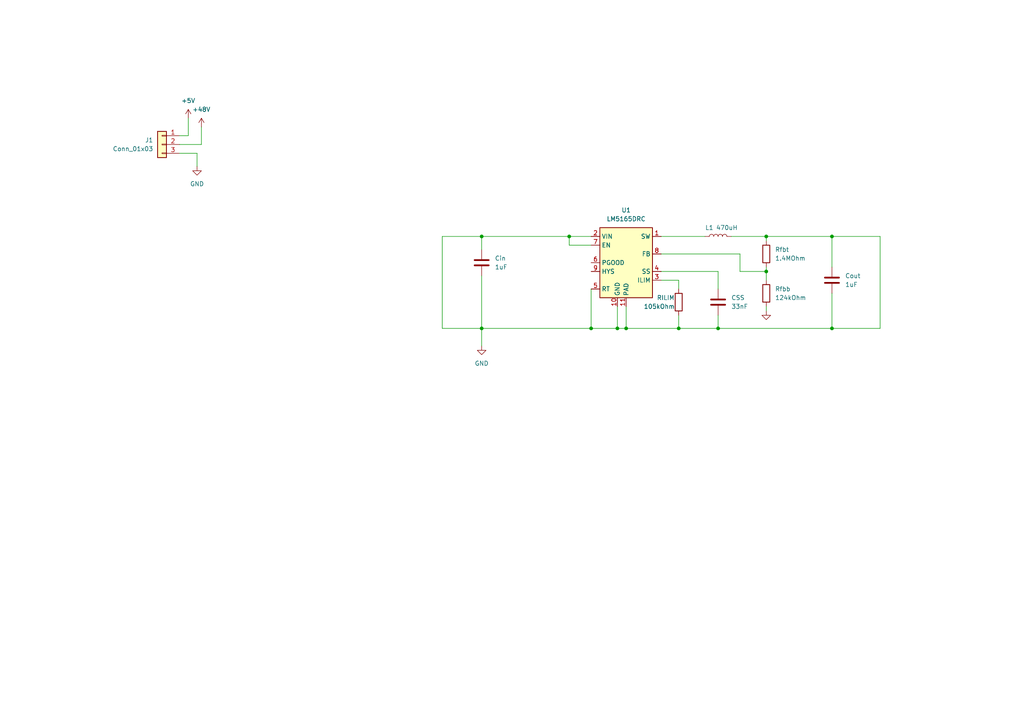
<source format=kicad_sch>
(kicad_sch (version 20230121) (generator eeschema)
  (paper "A4")
  (lib_symbols
    (symbol "Connector_Generic:Conn_01x03" (pin_names (offset 1.016) hide)
      (property "Reference" "J" (at 0 5.08 0))
      (property "Value" "Conn_01x03" (at 0 -5.08 0))
      (symbol "Conn_01x03_1_1"
        (rectangle (start -1.27 -2.413) (end 0 -2.667) (stroke (width 0.1524)))
        (rectangle (start -1.27 0.127) (end 0 -0.127) (stroke (width 0.1524)))
        (rectangle (start -1.27 2.667) (end 0 2.413) (stroke (width 0.1524)))
        (rectangle (start -1.27 3.81) (end 1.27 -3.81) (stroke (width 0.254)) (fill (type background)))
        (pin passive line (at -5.08 2.54 0) (length 3.81) (name "Pin_1") (number "1"))
        (pin passive line (at -5.08 0 0) (length 3.81) (name "Pin_2") (number "2"))
        (pin passive line (at -5.08 -2.54 0) (length 3.81) (name "Pin_3") (number "3"))
      )
    )
    (symbol "Device:C" (pin_numbers hide) (pin_names (offset 0.254))
      (property "Reference" "C" (at 0.635 2.54 0))
      (property "Value" "C" (at 0.635 -2.54 0))
      (symbol "C_0_1"
        (polyline (pts (xy -2.032 -0.762) (xy 2.032 -0.762)) (stroke (width 0.508)))
        (polyline (pts (xy -2.032 0.762) (xy 2.032 0.762)) (stroke (width 0.508)))
      )
      (symbol "C_1_1"
        (pin passive line (at 0 3.81 270) (length 2.794) (name "~") (number "1"))
        (pin passive line (at 0 -3.81 90) (length 2.794) (name "~") (number "2"))
      )
    )
    (symbol "Device:L" (pin_numbers hide) (pin_names (offset 1.016) hide)
      (property "Reference" "L" (at -1.27 0 90))
      (property "Value" "L" (at 1.905 0 90))
      (symbol "L_0_1"
        (arc (start 0 -2.54) (mid 0.6323 -1.905) (end 0 -1.27))
        (arc (start 0 -1.27) (mid 0.6323 -0.635) (end 0 0))
        (arc (start 0 0) (mid 0.6323 0.635) (end 0 1.27))
        (arc (start 0 1.27) (mid 0.6323 1.905) (end 0 2.54))
      )
      (symbol "L_1_1"
        (pin passive line (at 0 3.81 270) (length 1.27) (name "1") (number "1"))
        (pin passive line (at 0 -3.81 90) (length 1.27) (name "2") (number "2"))
      )
    )
    (symbol "Device:R" (pin_numbers hide) (pin_names (offset 0))
      (property "Reference" "R" (at 2.032 0 90))
      (property "Value" "R" (at 0 0 90))
      (symbol "R_0_1"
        (rectangle (start -1.016 -2.54) (end 1.016 2.54) (stroke (width 0.254)))
      )
      (symbol "R_1_1"
        (pin passive line (at 0 3.81 270) (length 1.27) (name "~") (number "1"))
        (pin passive line (at 0 -3.81 90) (length 1.27) (name "~") (number "2"))
      )
    )
    (symbol "Regulator_Switching:LM5165"
      (property "Reference" "U" (at -7.62 11.43 0))
      (property "Value" "LM5165" (at 7.62 11.43 0))
      (symbol "LM5165_0_1"
        (rectangle (start -7.62 10.16) (end 7.62 -10.16) (stroke (width 0.254)) (fill (type background)))
      )
      (symbol "LM5165_1_1"
        (pin power_out line (at 10.16 7.62 180) (length 2.54) (name "SW") (number "1"))
        (pin power_in line (at -2.54 -12.7 90) (length 2.54) (name "GND") (number "10"))
        (pin power_in line (at 0 -12.7 90) (length 2.54) (name "PAD") (number "11"))
        (pin power_in line (at -10.16 7.62 0) (length 2.54) (name "VIN") (number "2"))
        (pin input line (at 10.16 -5.08 180) (length 2.54) (name "ILIM") (number "3"))
        (pin input line (at 10.16 -2.54 180) (length 2.54) (name "SS") (number "4"))
        (pin input line (at -10.16 -7.62 0) (length 2.54) (name "RT") (number "5"))
        (pin output line (at -10.16 0 0) (length 2.54) (name "PGOOD") (number "6"))
        (pin input line (at -10.16 5.08 0) (length 2.54) (name "EN") (number "7"))
        (pin input line (at 10.16 2.54 180) (length 2.54) (name "FB") (number "8"))
        (pin output line (at -10.16 -2.54 0) (length 2.54) (name "HYS") (number "9"))
      )
    )
    (symbol "power:+48V" (power) (pin_names (offset 0))
      (property "Value" "+48V" (at 0 3.556 0))
      (symbol "+48V_0_1"
        (polyline (pts (xy -0.762 1.27) (xy 0 2.54)))
        (polyline (pts (xy 0 0) (xy 0 2.54)))
        (polyline (pts (xy 0 2.54) (xy 0.762 1.27)))
      )
      (symbol "+48V_1_1"
        (pin power_in line (at 0 0 90) (length 0) hide (name "+48V") (number "1"))
      )
    )
    (symbol "power:+5V" (power) (pin_names (offset 0))
      (property "Value" "+5V" (at 0 3.556 0))
      (symbol "+5V_0_1"
        (polyline (pts (xy -0.762 1.27) (xy 0 2.54)))
        (polyline (pts (xy 0 0) (xy 0 2.54)))
        (polyline (pts (xy 0 2.54) (xy 0.762 1.27)))
      )
      (symbol "+5V_1_1"
        (pin power_in line (at 0 0 90) (length 0) hide (name "+5V") (number "1"))
      )
    )
    (symbol "power:GND" (power) (pin_names (offset 0))
      (property "Value" "GND" (at 0 -3.81 0))
      (symbol "GND_0_1"
        (polyline (pts (xy 0 0) (xy 0 -1.27) (xy 1.27 -1.27) (xy 0 -2.54) (xy -1.27 -1.27) (xy 0 -1.27)))
      )
      (symbol "GND_1_1"
        (pin power_in line (at 0 0 270) (length 0) hide (name "GND") (number "1"))
      )
    )
  )
  (junction (at 222.25 68.58))
  (junction (at 208.28 95.25))
  (junction (at 196.85 95.25))
  (junction (at 241.3 95.25))
  (junction (at 139.7 95.25))
  (junction (at 139.7 68.58))
  (junction (at 179.07 95.25))
  (junction (at 241.3 68.58))
  (junction (at 222.25 78.74))
  (junction (at 171.45 95.25))
  (junction (at 165.1 68.58))
  (junction (at 181.61 95.25))
  (wire (pts (xy 191.77 78.74) (xy 208.28 78.74)))
  (wire (pts (xy 191.77 73.66) (xy 214.63 73.66)))
  (wire (pts (xy 139.7 68.58) (xy 165.1 68.58)))
  (wire (pts (xy 208.28 95.25) (xy 241.3 95.25)))
  (wire (pts (xy 139.7 95.25) (xy 128.27 95.25)))
  (wire (pts (xy 165.1 68.58) (xy 171.45 68.58)))
  (wire (pts (xy 214.63 73.66) (xy 214.63 78.74)))
  (wire (pts (xy 214.63 78.74) (xy 222.25 78.74)))
  (wire (pts (xy 58.42 36.83) (xy 58.42 41.91)))
  (wire (pts (xy 222.25 68.58) (xy 241.3 68.58)))
  (wire (pts (xy 222.25 68.58) (xy 222.25 69.85)))
  (wire (pts (xy 179.07 95.25) (xy 181.61 95.25)))
  (wire (pts (xy 171.45 95.25) (xy 179.07 95.25)))
  (wire (pts (xy 139.7 72.39) (xy 139.7 68.58)))
  (wire (pts (xy 196.85 91.44) (xy 196.85 95.25)))
  (wire (pts (xy 171.45 83.82) (xy 171.45 95.25)))
  (wire (pts (xy 139.7 95.25) (xy 139.7 100.33)))
  (wire (pts (xy 54.61 34.29) (xy 54.61 39.37)))
  (wire (pts (xy 57.15 48.26) (xy 57.15 44.45)))
  (wire (pts (xy 212.09 68.58) (xy 222.25 68.58)))
  (wire (pts (xy 57.15 44.45) (xy 52.07 44.45)))
  (wire (pts (xy 128.27 95.25) (xy 128.27 68.58)))
  (wire (pts (xy 179.07 88.9) (xy 179.07 95.25)))
  (wire (pts (xy 139.7 80.01) (xy 139.7 95.25)))
  (wire (pts (xy 58.42 41.91) (xy 52.07 41.91)))
  (wire (pts (xy 241.3 68.58) (xy 255.27 68.58)))
  (wire (pts (xy 196.85 95.25) (xy 181.61 95.25)))
  (wire (pts (xy 241.3 68.58) (xy 241.3 77.47)))
  (wire (pts (xy 222.25 78.74) (xy 222.25 81.28)))
  (wire (pts (xy 165.1 71.12) (xy 165.1 68.58)))
  (wire (pts (xy 196.85 81.28) (xy 196.85 83.82)))
  (wire (pts (xy 54.61 39.37) (xy 52.07 39.37)))
  (wire (pts (xy 181.61 95.25) (xy 181.61 88.9)))
  (wire (pts (xy 171.45 71.12) (xy 165.1 71.12)))
  (wire (pts (xy 255.27 95.25) (xy 255.27 68.58)))
  (wire (pts (xy 222.25 88.9) (xy 222.25 90.17)))
  (wire (pts (xy 208.28 78.74) (xy 208.28 83.82)))
  (wire (pts (xy 208.28 95.25) (xy 196.85 95.25)))
  (wire (pts (xy 208.28 91.44) (xy 208.28 95.25)))
  (wire (pts (xy 139.7 95.25) (xy 171.45 95.25)))
  (wire (pts (xy 128.27 68.58) (xy 139.7 68.58)))
  (wire (pts (xy 222.25 77.47) (xy 222.25 78.74)))
  (wire (pts (xy 191.77 81.28) (xy 196.85 81.28)))
  (wire (pts (xy 241.3 95.25) (xy 255.27 95.25)))
  (wire (pts (xy 191.77 68.58) (xy 204.47 68.58)))
  (wire (pts (xy 241.3 85.09) (xy 241.3 95.25)))
  (symbol (lib_id "power:GND") (at 139.7 100.33 0) (unit 1)
    (property "Reference" "#PWR04" (effects hide))
    (property "Value" "GND" (at 139.7 105.41 0))
  )
  (symbol (lib_id "Device:L") (at 208.28 68.58 90) (unit 1)
    (property "Reference" "L1" (at 205.74 66.04 90))
    (property "Value" "470uH" (at 210.82 66.04 90))
  )
  (symbol (lib_id "Device:C") (at 208.28 87.63 0) (unit 1)
    (property "Reference" "CSS" (at 212.09 86.36 0) (effects (justify left)))
    (property "Value" "33nF" (at 212.09 88.9 0) (effects (justify left)))
  )
  (symbol (lib_id "power:+5V") (at 54.61 34.29 0) (unit 1)
    (property "Reference" "#PWR01" (effects hide))
    (property "Value" "+5V" (at 54.61 29.21 0))
  )
  (symbol (lib_id "Device:R") (at 222.25 73.66 0) (unit 1)
    (property "Reference" "Rfbt" (at 224.79 72.39 0) (effects (justify left)))
    (property "Value" "1.4MOhm" (at 224.79 74.93 0) (effects (justify left)))
  )
  (symbol (lib_id "Connector_Generic:Conn_01x03") (at 46.99 41.91 0) (mirror y) (unit 1)
    (property "Reference" "J1" (at 44.45 40.64 0) (effects (justify left)))
    (property "Value" "Conn_01x03" (at 44.45 43.18 0) (effects (justify left)))
  )
  (symbol (lib_id "power:+48V") (at 58.42 36.83 0) (unit 1)
    (property "Reference" "#PWR02" (effects hide))
    (property "Value" "+48V" (at 58.42 31.75 0))
  )
  (symbol (lib_id "power:GND") (at 57.15 48.26 0) (unit 1)
    (property "Reference" "#PWR03" (effects hide))
    (property "Value" "GND" (at 57.15 53.34 0))
  )
  (symbol (lib_id "Device:R") (at 222.25 85.09 0) (unit 1)
    (property "Reference" "Rfbb" (at 224.79 83.82 0) (effects (justify left)))
    (property "Value" "124kOhm" (at 224.79 86.36 0) (effects (justify left)))
  )
  (symbol (lib_id "Device:C") (at 241.3 81.28 0) (unit 1)
    (property "Reference" "Cout" (at 245.11 80.01 0) (effects (justify left)))
    (property "Value" "1uF" (at 245.11 82.55 0) (effects (justify left)))
  )
  (symbol (lib_id "Regulator_Switching:LM5165") (at 181.61 76.2 0) (unit 1)
    (property "Reference" "U1" (at 181.61 60.96 0))
    (property "Value" "LM5165DRC" (at 181.61 63.5 0))
    (property "Footprint" "Package_SON:Texas_S-PVSON-N10_ThermalVias" (effects hide))
    (property "Datasheet" "http://www.ti.com/lit/ds/symlink/lm5165.pdf" (effects hide))
  )
  (symbol (lib_id "Device:R") (at 196.85 87.63 0) (unit 1)
    (property "Reference" "RILIM" (at 190.5 86.36 0) (effects (justify left)))
    (property "Value" "105kOhm" (at 186.69 88.9 0) (effects (justify left)))
  )
  (symbol (lib_id "Device:C") (at 139.7 76.2 0) (unit 1)
    (property "Reference" "Cin" (at 143.51 74.93 0) (effects (justify left)))
    (property "Value" "1uF" (at 143.51 77.47 0) (effects (justify left)))
  )
  (symbol (lib_id "power:GND") (at 222.25 90.17 0) (unit 1)
    (property "Reference" "#PWR05" (effects hide))
    (property "Value" "GND" (effects hide))
  )
)
</source>
